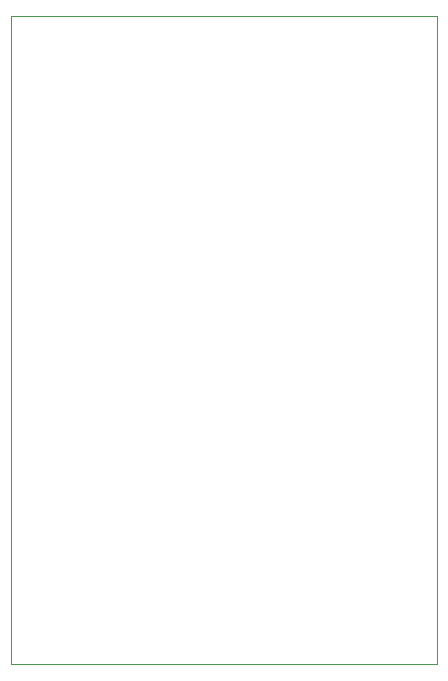
<source format=gbr>
%TF.GenerationSoftware,KiCad,Pcbnew,(5.1.6)-1*%
%TF.CreationDate,2022-02-09T07:41:59-05:00*%
%TF.ProjectId,A1000_Parallel,41313030-305f-4506-9172-616c6c656c2e,rev?*%
%TF.SameCoordinates,Original*%
%TF.FileFunction,Profile,NP*%
%FSLAX46Y46*%
G04 Gerber Fmt 4.6, Leading zero omitted, Abs format (unit mm)*
G04 Created by KiCad (PCBNEW (5.1.6)-1) date 2022-02-09 07:41:59*
%MOMM*%
%LPD*%
G01*
G04 APERTURE LIST*
%TA.AperFunction,Profile*%
%ADD10C,0.050000*%
%TD*%
G04 APERTURE END LIST*
D10*
X106172000Y-123444000D02*
X106172000Y-68580000D01*
X142240000Y-123444000D02*
X106172000Y-123444000D01*
X142240000Y-68580000D02*
X142240000Y-123444000D01*
X106172000Y-68580000D02*
X142240000Y-68580000D01*
M02*

</source>
